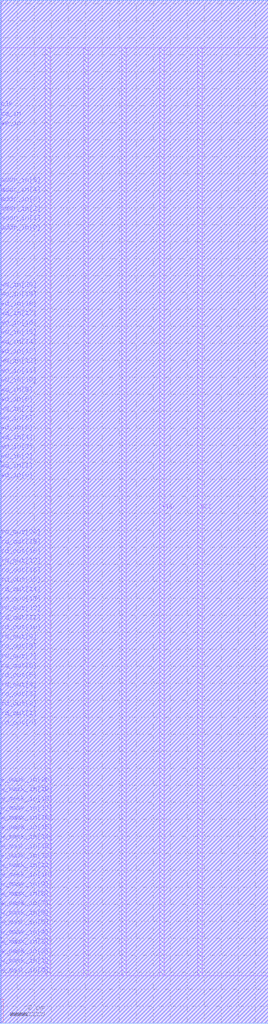
<source format=lef>
VERSION 5.7 ;
BUSBITCHARS "[]" ;
MACRO fakeram45_64x21_upper
  FOREIGN fakeram45_64x21_upper 0 0 ;
  SYMMETRY X Y R90 ;
  SIZE 0.19 BY 1.4 ;
  CLASS BLOCK ;
  PIN w_mask_in[0]
    DIRECTION INPUT ;
    USE SIGNAL ;
    SHAPE ABUTMENT ;
    PORT
      LAYER metal18 ;
      RECT 0.000 2.800 0.070 2.870 ;
    END
  END w_mask_in[0]
  PIN w_mask_in[1]
    DIRECTION INPUT ;
    USE SIGNAL ;
    SHAPE ABUTMENT ;
    PORT
      LAYER metal18 ;
      RECT 0.000 3.360 0.070 3.430 ;
    END
  END w_mask_in[1]
  PIN w_mask_in[2]
    DIRECTION INPUT ;
    USE SIGNAL ;
    SHAPE ABUTMENT ;
    PORT
      LAYER metal18 ;
      RECT 0.000 3.920 0.070 3.990 ;
    END
  END w_mask_in[2]
  PIN w_mask_in[3]
    DIRECTION INPUT ;
    USE SIGNAL ;
    SHAPE ABUTMENT ;
    PORT
      LAYER metal18 ;
      RECT 0.000 4.480 0.070 4.550 ;
    END
  END w_mask_in[3]
  PIN w_mask_in[4]
    DIRECTION INPUT ;
    USE SIGNAL ;
    SHAPE ABUTMENT ;
    PORT
      LAYER metal18 ;
      RECT 0.000 5.040 0.070 5.110 ;
    END
  END w_mask_in[4]
  PIN w_mask_in[5]
    DIRECTION INPUT ;
    USE SIGNAL ;
    SHAPE ABUTMENT ;
    PORT
      LAYER metal18 ;
      RECT 0.000 5.600 0.070 5.670 ;
    END
  END w_mask_in[5]
  PIN w_mask_in[6]
    DIRECTION INPUT ;
    USE SIGNAL ;
    SHAPE ABUTMENT ;
    PORT
      LAYER metal18 ;
      RECT 0.000 6.160 0.070 6.230 ;
    END
  END w_mask_in[6]
  PIN w_mask_in[7]
    DIRECTION INPUT ;
    USE SIGNAL ;
    SHAPE ABUTMENT ;
    PORT
      LAYER metal18 ;
      RECT 0.000 6.720 0.070 6.790 ;
    END
  END w_mask_in[7]
  PIN w_mask_in[8]
    DIRECTION INPUT ;
    USE SIGNAL ;
    SHAPE ABUTMENT ;
    PORT
      LAYER metal18 ;
      RECT 0.000 7.280 0.070 7.350 ;
    END
  END w_mask_in[8]
  PIN w_mask_in[9]
    DIRECTION INPUT ;
    USE SIGNAL ;
    SHAPE ABUTMENT ;
    PORT
      LAYER metal18 ;
      RECT 0.000 7.840 0.070 7.910 ;
    END
  END w_mask_in[9]
  PIN w_mask_in[10]
    DIRECTION INPUT ;
    USE SIGNAL ;
    SHAPE ABUTMENT ;
    PORT
      LAYER metal18 ;
      RECT 0.000 8.400 0.070 8.470 ;
    END
  END w_mask_in[10]
  PIN w_mask_in[11]
    DIRECTION INPUT ;
    USE SIGNAL ;
    SHAPE ABUTMENT ;
    PORT
      LAYER metal18 ;
      RECT 0.000 8.960 0.070 9.030 ;
    END
  END w_mask_in[11]
  PIN w_mask_in[12]
    DIRECTION INPUT ;
    USE SIGNAL ;
    SHAPE ABUTMENT ;
    PORT
      LAYER metal18 ;
      RECT 0.000 9.520 0.070 9.590 ;
    END
  END w_mask_in[12]
  PIN w_mask_in[13]
    DIRECTION INPUT ;
    USE SIGNAL ;
    SHAPE ABUTMENT ;
    PORT
      LAYER metal18 ;
      RECT 0.000 10.080 0.070 10.150 ;
    END
  END w_mask_in[13]
  PIN w_mask_in[14]
    DIRECTION INPUT ;
    USE SIGNAL ;
    SHAPE ABUTMENT ;
    PORT
      LAYER metal18 ;
      RECT 0.000 10.640 0.070 10.710 ;
    END
  END w_mask_in[14]
  PIN w_mask_in[15]
    DIRECTION INPUT ;
    USE SIGNAL ;
    SHAPE ABUTMENT ;
    PORT
      LAYER metal18 ;
      RECT 0.000 11.200 0.070 11.270 ;
    END
  END w_mask_in[15]
  PIN w_mask_in[16]
    DIRECTION INPUT ;
    USE SIGNAL ;
    SHAPE ABUTMENT ;
    PORT
      LAYER metal18 ;
      RECT 0.000 11.760 0.070 11.830 ;
    END
  END w_mask_in[16]
  PIN w_mask_in[17]
    DIRECTION INPUT ;
    USE SIGNAL ;
    SHAPE ABUTMENT ;
    PORT
      LAYER metal18 ;
      RECT 0.000 12.320 0.070 12.390 ;
    END
  END w_mask_in[17]
  PIN w_mask_in[18]
    DIRECTION INPUT ;
    USE SIGNAL ;
    SHAPE ABUTMENT ;
    PORT
      LAYER metal18 ;
      RECT 0.000 12.880 0.070 12.950 ;
    END
  END w_mask_in[18]
  PIN w_mask_in[19]
    DIRECTION INPUT ;
    USE SIGNAL ;
    SHAPE ABUTMENT ;
    PORT
      LAYER metal18 ;
      RECT 0.000 13.440 0.070 13.510 ;
    END
  END w_mask_in[19]
  PIN w_mask_in[20]
    DIRECTION INPUT ;
    USE SIGNAL ;
    SHAPE ABUTMENT ;
    PORT
      LAYER metal18 ;
      RECT 0.000 14.000 0.070 14.070 ;
    END
  END w_mask_in[20]
  PIN rd_out[0]
    DIRECTION OUTPUT ;
    USE SIGNAL ;
    SHAPE ABUTMENT ;
    PORT
      LAYER metal18 ;
      RECT 0.000 17.360 0.070 17.430 ;
    END
  END rd_out[0]
  PIN rd_out[1]
    DIRECTION OUTPUT ;
    USE SIGNAL ;
    SHAPE ABUTMENT ;
    PORT
      LAYER metal18 ;
      RECT 0.000 17.920 0.070 17.990 ;
    END
  END rd_out[1]
  PIN rd_out[2]
    DIRECTION OUTPUT ;
    USE SIGNAL ;
    SHAPE ABUTMENT ;
    PORT
      LAYER metal18 ;
      RECT 0.000 18.480 0.070 18.550 ;
    END
  END rd_out[2]
  PIN rd_out[3]
    DIRECTION OUTPUT ;
    USE SIGNAL ;
    SHAPE ABUTMENT ;
    PORT
      LAYER metal18 ;
      RECT 0.000 19.040 0.070 19.110 ;
    END
  END rd_out[3]
  PIN rd_out[4]
    DIRECTION OUTPUT ;
    USE SIGNAL ;
    SHAPE ABUTMENT ;
    PORT
      LAYER metal18 ;
      RECT 0.000 19.600 0.070 19.670 ;
    END
  END rd_out[4]
  PIN rd_out[5]
    DIRECTION OUTPUT ;
    USE SIGNAL ;
    SHAPE ABUTMENT ;
    PORT
      LAYER metal18 ;
      RECT 0.000 20.160 0.070 20.230 ;
    END
  END rd_out[5]
  PIN rd_out[6]
    DIRECTION OUTPUT ;
    USE SIGNAL ;
    SHAPE ABUTMENT ;
    PORT
      LAYER metal18 ;
      RECT 0.000 20.720 0.070 20.790 ;
    END
  END rd_out[6]
  PIN rd_out[7]
    DIRECTION OUTPUT ;
    USE SIGNAL ;
    SHAPE ABUTMENT ;
    PORT
      LAYER metal18 ;
      RECT 0.000 21.280 0.070 21.350 ;
    END
  END rd_out[7]
  PIN rd_out[8]
    DIRECTION OUTPUT ;
    USE SIGNAL ;
    SHAPE ABUTMENT ;
    PORT
      LAYER metal18 ;
      RECT 0.000 21.840 0.070 21.910 ;
    END
  END rd_out[8]
  PIN rd_out[9]
    DIRECTION OUTPUT ;
    USE SIGNAL ;
    SHAPE ABUTMENT ;
    PORT
      LAYER metal18 ;
      RECT 0.000 22.400 0.070 22.470 ;
    END
  END rd_out[9]
  PIN rd_out[10]
    DIRECTION OUTPUT ;
    USE SIGNAL ;
    SHAPE ABUTMENT ;
    PORT
      LAYER metal18 ;
      RECT 0.000 22.960 0.070 23.030 ;
    END
  END rd_out[10]
  PIN rd_out[11]
    DIRECTION OUTPUT ;
    USE SIGNAL ;
    SHAPE ABUTMENT ;
    PORT
      LAYER metal18 ;
      RECT 0.000 23.520 0.070 23.590 ;
    END
  END rd_out[11]
  PIN rd_out[12]
    DIRECTION OUTPUT ;
    USE SIGNAL ;
    SHAPE ABUTMENT ;
    PORT
      LAYER metal18 ;
      RECT 0.000 24.080 0.070 24.150 ;
    END
  END rd_out[12]
  PIN rd_out[13]
    DIRECTION OUTPUT ;
    USE SIGNAL ;
    SHAPE ABUTMENT ;
    PORT
      LAYER metal18 ;
      RECT 0.000 24.640 0.070 24.710 ;
    END
  END rd_out[13]
  PIN rd_out[14]
    DIRECTION OUTPUT ;
    USE SIGNAL ;
    SHAPE ABUTMENT ;
    PORT
      LAYER metal18 ;
      RECT 0.000 25.200 0.070 25.270 ;
    END
  END rd_out[14]
  PIN rd_out[15]
    DIRECTION OUTPUT ;
    USE SIGNAL ;
    SHAPE ABUTMENT ;
    PORT
      LAYER metal18 ;
      RECT 0.000 25.760 0.070 25.830 ;
    END
  END rd_out[15]
  PIN rd_out[16]
    DIRECTION OUTPUT ;
    USE SIGNAL ;
    SHAPE ABUTMENT ;
    PORT
      LAYER metal18 ;
      RECT 0.000 26.320 0.070 26.390 ;
    END
  END rd_out[16]
  PIN rd_out[17]
    DIRECTION OUTPUT ;
    USE SIGNAL ;
    SHAPE ABUTMENT ;
    PORT
      LAYER metal18 ;
      RECT 0.000 26.880 0.070 26.950 ;
    END
  END rd_out[17]
  PIN rd_out[18]
    DIRECTION OUTPUT ;
    USE SIGNAL ;
    SHAPE ABUTMENT ;
    PORT
      LAYER metal18 ;
      RECT 0.000 27.440 0.070 27.510 ;
    END
  END rd_out[18]
  PIN rd_out[19]
    DIRECTION OUTPUT ;
    USE SIGNAL ;
    SHAPE ABUTMENT ;
    PORT
      LAYER metal18 ;
      RECT 0.000 28.000 0.070 28.070 ;
    END
  END rd_out[19]
  PIN rd_out[20]
    DIRECTION OUTPUT ;
    USE SIGNAL ;
    SHAPE ABUTMENT ;
    PORT
      LAYER metal18 ;
      RECT 0.000 28.560 0.070 28.630 ;
    END
  END rd_out[20]
  PIN wd_in[0]
    DIRECTION INPUT ;
    USE SIGNAL ;
    SHAPE ABUTMENT ;
    PORT
      LAYER metal18 ;
      RECT 0.000 31.920 0.070 31.990 ;
    END
  END wd_in[0]
  PIN wd_in[1]
    DIRECTION INPUT ;
    USE SIGNAL ;
    SHAPE ABUTMENT ;
    PORT
      LAYER metal18 ;
      RECT 0.000 32.480 0.070 32.550 ;
    END
  END wd_in[1]
  PIN wd_in[2]
    DIRECTION INPUT ;
    USE SIGNAL ;
    SHAPE ABUTMENT ;
    PORT
      LAYER metal18 ;
      RECT 0.000 33.040 0.070 33.110 ;
    END
  END wd_in[2]
  PIN wd_in[3]
    DIRECTION INPUT ;
    USE SIGNAL ;
    SHAPE ABUTMENT ;
    PORT
      LAYER metal18 ;
      RECT 0.000 33.600 0.070 33.670 ;
    END
  END wd_in[3]
  PIN wd_in[4]
    DIRECTION INPUT ;
    USE SIGNAL ;
    SHAPE ABUTMENT ;
    PORT
      LAYER metal18 ;
      RECT 0.000 34.160 0.070 34.230 ;
    END
  END wd_in[4]
  PIN wd_in[5]
    DIRECTION INPUT ;
    USE SIGNAL ;
    SHAPE ABUTMENT ;
    PORT
      LAYER metal18 ;
      RECT 0.000 34.720 0.070 34.790 ;
    END
  END wd_in[5]
  PIN wd_in[6]
    DIRECTION INPUT ;
    USE SIGNAL ;
    SHAPE ABUTMENT ;
    PORT
      LAYER metal18 ;
      RECT 0.000 35.280 0.070 35.350 ;
    END
  END wd_in[6]
  PIN wd_in[7]
    DIRECTION INPUT ;
    USE SIGNAL ;
    SHAPE ABUTMENT ;
    PORT
      LAYER metal18 ;
      RECT 0.000 35.840 0.070 35.910 ;
    END
  END wd_in[7]
  PIN wd_in[8]
    DIRECTION INPUT ;
    USE SIGNAL ;
    SHAPE ABUTMENT ;
    PORT
      LAYER metal18 ;
      RECT 0.000 36.400 0.070 36.470 ;
    END
  END wd_in[8]
  PIN wd_in[9]
    DIRECTION INPUT ;
    USE SIGNAL ;
    SHAPE ABUTMENT ;
    PORT
      LAYER metal18 ;
      RECT 0.000 36.960 0.070 37.030 ;
    END
  END wd_in[9]
  PIN wd_in[10]
    DIRECTION INPUT ;
    USE SIGNAL ;
    SHAPE ABUTMENT ;
    PORT
      LAYER metal18 ;
      RECT 0.000 37.520 0.070 37.590 ;
    END
  END wd_in[10]
  PIN wd_in[11]
    DIRECTION INPUT ;
    USE SIGNAL ;
    SHAPE ABUTMENT ;
    PORT
      LAYER metal18 ;
      RECT 0.000 38.080 0.070 38.150 ;
    END
  END wd_in[11]
  PIN wd_in[12]
    DIRECTION INPUT ;
    USE SIGNAL ;
    SHAPE ABUTMENT ;
    PORT
      LAYER metal18 ;
      RECT 0.000 38.640 0.070 38.710 ;
    END
  END wd_in[12]
  PIN wd_in[13]
    DIRECTION INPUT ;
    USE SIGNAL ;
    SHAPE ABUTMENT ;
    PORT
      LAYER metal18 ;
      RECT 0.000 39.200 0.070 39.270 ;
    END
  END wd_in[13]
  PIN wd_in[14]
    DIRECTION INPUT ;
    USE SIGNAL ;
    SHAPE ABUTMENT ;
    PORT
      LAYER metal18 ;
      RECT 0.000 39.760 0.070 39.830 ;
    END
  END wd_in[14]
  PIN wd_in[15]
    DIRECTION INPUT ;
    USE SIGNAL ;
    SHAPE ABUTMENT ;
    PORT
      LAYER metal18 ;
      RECT 0.000 40.320 0.070 40.390 ;
    END
  END wd_in[15]
  PIN wd_in[16]
    DIRECTION INPUT ;
    USE SIGNAL ;
    SHAPE ABUTMENT ;
    PORT
      LAYER metal18 ;
      RECT 0.000 40.880 0.070 40.950 ;
    END
  END wd_in[16]
  PIN wd_in[17]
    DIRECTION INPUT ;
    USE SIGNAL ;
    SHAPE ABUTMENT ;
    PORT
      LAYER metal18 ;
      RECT 0.000 41.440 0.070 41.510 ;
    END
  END wd_in[17]
  PIN wd_in[18]
    DIRECTION INPUT ;
    USE SIGNAL ;
    SHAPE ABUTMENT ;
    PORT
      LAYER metal18 ;
      RECT 0.000 42.000 0.070 42.070 ;
    END
  END wd_in[18]
  PIN wd_in[19]
    DIRECTION INPUT ;
    USE SIGNAL ;
    SHAPE ABUTMENT ;
    PORT
      LAYER metal18 ;
      RECT 0.000 42.560 0.070 42.630 ;
    END
  END wd_in[19]
  PIN wd_in[20]
    DIRECTION INPUT ;
    USE SIGNAL ;
    SHAPE ABUTMENT ;
    PORT
      LAYER metal18 ;
      RECT 0.000 43.120 0.070 43.190 ;
    END
  END wd_in[20]
  PIN addr_in[0]
    DIRECTION INPUT ;
    USE SIGNAL ;
    SHAPE ABUTMENT ;
    PORT
      LAYER metal18 ;
      RECT 0.000 46.480 0.070 46.550 ;
    END
  END addr_in[0]
  PIN addr_in[1]
    DIRECTION INPUT ;
    USE SIGNAL ;
    SHAPE ABUTMENT ;
    PORT
      LAYER metal18 ;
      RECT 0.000 47.040 0.070 47.110 ;
    END
  END addr_in[1]
  PIN addr_in[2]
    DIRECTION INPUT ;
    USE SIGNAL ;
    SHAPE ABUTMENT ;
    PORT
      LAYER metal18 ;
      RECT 0.000 47.600 0.070 47.670 ;
    END
  END addr_in[2]
  PIN addr_in[3]
    DIRECTION INPUT ;
    USE SIGNAL ;
    SHAPE ABUTMENT ;
    PORT
      LAYER metal18 ;
      RECT 0.000 48.160 0.070 48.230 ;
    END
  END addr_in[3]
  PIN addr_in[4]
    DIRECTION INPUT ;
    USE SIGNAL ;
    SHAPE ABUTMENT ;
    PORT
      LAYER metal18 ;
      RECT 0.000 48.720 0.070 48.790 ;
    END
  END addr_in[4]
  PIN addr_in[5]
    DIRECTION INPUT ;
    USE SIGNAL ;
    SHAPE ABUTMENT ;
    PORT
      LAYER metal18 ;
      RECT 0.000 49.280 0.070 49.350 ;
    END
  END addr_in[5]
  PIN we_in
    DIRECTION INPUT ;
    USE SIGNAL ;
    SHAPE ABUTMENT ;
    PORT
      LAYER metal18 ;
      RECT 0.000 52.640 0.070 52.710 ;
    END
  END we_in
  PIN ce_in
    DIRECTION INPUT ;
    USE SIGNAL ;
    SHAPE ABUTMENT ;
    PORT
      LAYER metal18 ;
      RECT 0.000 53.200 0.070 53.270 ;
    END
  END ce_in
  PIN clk
    DIRECTION INPUT ;
    USE SIGNAL ;
    SHAPE ABUTMENT ;
    PORT
      LAYER metal18 ;
      RECT 0.000 53.760 0.070 53.830 ;
    END
  END clk
  PIN VSS
    DIRECTION INOUT ;
    USE GROUND ;
    PORT
      LAYER metal17 ;
      RECT 2.660 2.800 2.940 57.400 ;
      RECT 7.140 2.800 7.420 57.400 ;
      RECT 11.620 2.800 11.900 57.400 ;
    END
  END VSS
  PIN VDD
    DIRECTION INOUT ;
    USE POWER ;
    PORT
      LAYER metal17 ;
      RECT 4.900 2.800 5.180 57.400 ;
      RECT 9.380 2.800 9.660 57.400 ;
    END
  END VDD
  OBS
    LAYER metal20 ;
    RECT 0 0 15.770 60.200 ;
    LAYER metal19 ;
    RECT 0 0 15.770 60.200 ;
    LAYER metal18 ;
    RECT 0.070 0 15.770 60.200 ;
    RECT 0 0.000 0.070 2.800 ;
    RECT 0 2.870 0.070 3.360 ;
    RECT 0 3.430 0.070 3.920 ;
    RECT 0 3.990 0.070 4.480 ;
    RECT 0 4.550 0.070 5.040 ;
    RECT 0 5.110 0.070 5.600 ;
    RECT 0 5.670 0.070 6.160 ;
    RECT 0 6.230 0.070 6.720 ;
    RECT 0 6.790 0.070 7.280 ;
    RECT 0 7.350 0.070 7.840 ;
    RECT 0 7.910 0.070 8.400 ;
    RECT 0 8.470 0.070 8.960 ;
    RECT 0 9.030 0.070 9.520 ;
    RECT 0 9.590 0.070 10.080 ;
    RECT 0 10.150 0.070 10.640 ;
    RECT 0 10.710 0.070 11.200 ;
    RECT 0 11.270 0.070 11.760 ;
    RECT 0 11.830 0.070 12.320 ;
    RECT 0 12.390 0.070 12.880 ;
    RECT 0 12.950 0.070 13.440 ;
    RECT 0 13.510 0.070 14.000 ;
    RECT 0 14.070 0.070 17.360 ;
    RECT 0 17.430 0.070 17.920 ;
    RECT 0 17.990 0.070 18.480 ;
    RECT 0 18.550 0.070 19.040 ;
    RECT 0 19.110 0.070 19.600 ;
    RECT 0 19.670 0.070 20.160 ;
    RECT 0 20.230 0.070 20.720 ;
    RECT 0 20.790 0.070 21.280 ;
    RECT 0 21.350 0.070 21.840 ;
    RECT 0 21.910 0.070 22.400 ;
    RECT 0 22.470 0.070 22.960 ;
    RECT 0 23.030 0.070 23.520 ;
    RECT 0 23.590 0.070 24.080 ;
    RECT 0 24.150 0.070 24.640 ;
    RECT 0 24.710 0.070 25.200 ;
    RECT 0 25.270 0.070 25.760 ;
    RECT 0 25.830 0.070 26.320 ;
    RECT 0 26.390 0.070 26.880 ;
    RECT 0 26.950 0.070 27.440 ;
    RECT 0 27.510 0.070 28.000 ;
    RECT 0 28.070 0.070 28.560 ;
    RECT 0 28.630 0.070 31.920 ;
    RECT 0 31.990 0.070 32.480 ;
    RECT 0 32.550 0.070 33.040 ;
    RECT 0 33.110 0.070 33.600 ;
    RECT 0 33.670 0.070 34.160 ;
    RECT 0 34.230 0.070 34.720 ;
    RECT 0 34.790 0.070 35.280 ;
    RECT 0 35.350 0.070 35.840 ;
    RECT 0 35.910 0.070 36.400 ;
    RECT 0 36.470 0.070 36.960 ;
    RECT 0 37.030 0.070 37.520 ;
    RECT 0 37.590 0.070 38.080 ;
    RECT 0 38.150 0.070 38.640 ;
    RECT 0 38.710 0.070 39.200 ;
    RECT 0 39.270 0.070 39.760 ;
    RECT 0 39.830 0.070 40.320 ;
    RECT 0 40.390 0.070 40.880 ;
    RECT 0 40.950 0.070 41.440 ;
    RECT 0 41.510 0.070 42.000 ;
    RECT 0 42.070 0.070 42.560 ;
    RECT 0 42.630 0.070 43.120 ;
    RECT 0 43.190 0.070 46.480 ;
    RECT 0 46.550 0.070 47.040 ;
    RECT 0 47.110 0.070 47.600 ;
    RECT 0 47.670 0.070 48.160 ;
    RECT 0 48.230 0.070 48.720 ;
    RECT 0 48.790 0.070 49.280 ;
    RECT 0 49.350 0.070 52.640 ;
    RECT 0 52.710 0.070 53.200 ;
    RECT 0 53.270 0.070 53.760 ;
    RECT 0 53.830 0.070 60.200 ;
    LAYER metal17 ;
    RECT 0 0 15.770 2.800 ;
    RECT 0 57.400 15.770 60.200 ;
    RECT 0.000 2.800 2.660 57.400 ;
    RECT 2.940 2.800 4.900 57.400 ;
    RECT 5.180 2.800 7.140 57.400 ;
    RECT 7.420 2.800 9.380 57.400 ;
    RECT 9.660 2.800 11.620 57.400 ;
    RECT 11.900 2.800 15.770 57.400 ;
  END
END fakeram45_64x21_upper

END LIBRARY

</source>
